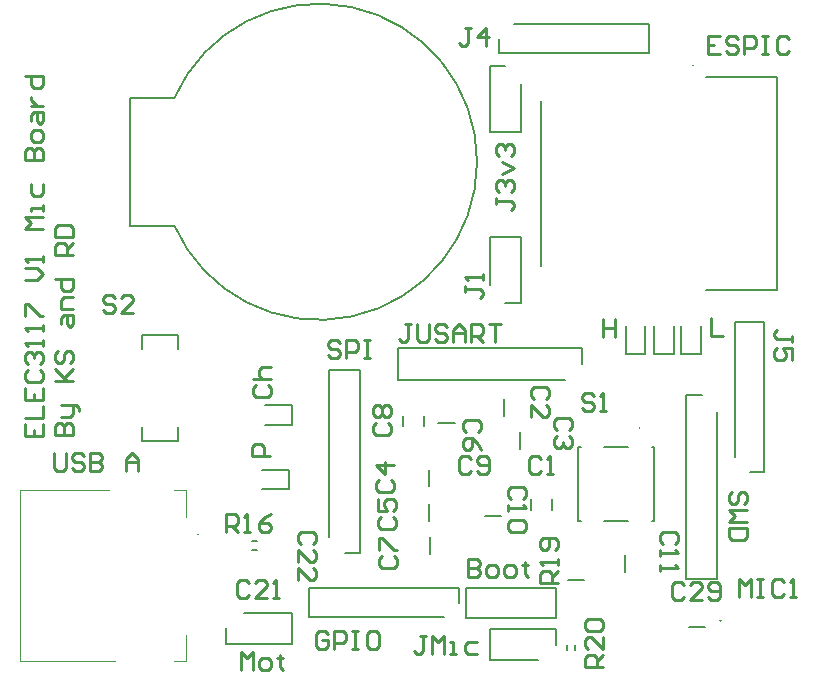
<source format=gto>
G04*
G04 #@! TF.GenerationSoftware,Altium Limited,Altium Designer,22.6.1 (34)*
G04*
G04 Layer_Color=65535*
%FSLAX25Y25*%
%MOIN*%
G70*
G04*
G04 #@! TF.SameCoordinates,DDC90878-0471-41C9-9F99-EECD3968BD0F*
G04*
G04*
G04 #@! TF.FilePolarity,Positive*
G04*
G01*
G75*
%ADD10C,0.00394*%
%ADD11C,0.00787*%
%ADD12C,0.00282*%
%ADD13C,0.01000*%
D10*
X161268Y310216D02*
G03*
X160874Y310216I-197J0D01*
G01*
D02*
G03*
X161268Y310216I197J0D01*
G01*
X325808Y466480D02*
G03*
X326202Y466480I197J0D01*
G01*
D02*
G03*
X325808Y466480I-197J0D01*
G01*
X308374Y345504D02*
G03*
X308374Y345898I0J197D01*
G01*
D02*
G03*
X308374Y345504I0J-197D01*
G01*
X153000Y267894D02*
X157291D01*
Y276752D01*
X153000Y324980D02*
X157291D01*
Y316122D02*
Y324980D01*
X101819Y267894D02*
X133315D01*
X101819D02*
Y324980D01*
X131346D01*
D11*
X153239Y413176D02*
G03*
X153239Y455708I48215J21266D01*
G01*
X335051Y281480D02*
G03*
X335445Y281480I197J0D01*
G01*
D02*
G03*
X335051Y281480I-197J0D01*
G01*
D02*
G03*
X335445Y281480I197J0D01*
G01*
X261500Y470756D02*
Y475500D01*
Y470756D02*
X311500D01*
Y480244D01*
X266500D02*
X311500D01*
X258303Y466484D02*
X263500D01*
X258303Y444516D02*
Y466484D01*
Y444516D02*
X268697D01*
Y460500D01*
X340256Y336000D02*
Y381000D01*
X349744D01*
Y331000D02*
Y381000D01*
X345000Y331000D02*
X349744D01*
X138606Y455702D02*
X153287D01*
X138606Y413182D02*
Y455702D01*
Y413182D02*
X153236D01*
X323705Y356591D02*
X329000D01*
X323705Y295409D02*
Y356591D01*
Y295409D02*
X334295D01*
Y351000D01*
X280500Y282500D02*
Y292500D01*
X250500Y282500D02*
X280500D01*
X250500D02*
Y292500D01*
X280500D01*
X280484Y273500D02*
Y278697D01*
X258516D02*
X280484D01*
X258516Y268303D02*
Y278697D01*
Y268303D02*
X274500D01*
X248023Y287500D02*
Y292244D01*
X198023D02*
X248023D01*
X198023Y282756D02*
Y292244D01*
Y282756D02*
X243023D01*
X210000Y303909D02*
X215295D01*
Y365090D01*
X204705D02*
X215295D01*
X204705Y309500D02*
Y365090D01*
X289090Y367000D02*
Y372295D01*
X227909D02*
X289090D01*
X227909Y361705D02*
Y372295D01*
Y361705D02*
X283500D01*
X263500Y387516D02*
X268697D01*
Y409484D01*
X258303D02*
X268697D01*
X258303Y393500D02*
Y409484D01*
X170516Y273803D02*
Y279000D01*
Y273803D02*
X192484D01*
Y284197D01*
X176500D02*
X192484D01*
X330533Y462543D02*
X354155D01*
Y391677D02*
Y462543D01*
X330533Y391677D02*
X354155D01*
X275414Y399551D02*
Y454669D01*
X142595Y341283D02*
X154405D01*
X142595Y376716D02*
X154405D01*
X142595Y372083D02*
Y376716D01*
Y341283D02*
Y345917D01*
X154405Y372083D02*
Y376716D01*
Y341283D02*
Y345917D01*
X324744Y279433D02*
X330256D01*
X286878Y271760D02*
Y273335D01*
X284122Y271760D02*
Y273335D01*
X319748Y370398D02*
Y379650D01*
X313252Y370398D02*
X319748D01*
X313252D02*
Y379650D01*
X328748Y370398D02*
Y379650D01*
X322252Y370398D02*
X328748D01*
X322252D02*
Y379650D01*
X183350Y353248D02*
X192602D01*
Y346752D02*
Y353248D01*
X183350Y346752D02*
X192602D01*
X310248Y370398D02*
Y379650D01*
X303752Y370398D02*
X310248D01*
X303752D02*
Y379650D01*
X263067Y349744D02*
Y355256D01*
X268500Y338744D02*
Y344256D01*
X287705Y314795D02*
X288689D01*
X287705D02*
Y339205D01*
X288689D01*
X312311Y314795D02*
X313295D01*
Y339205D01*
X312311D02*
X313295D01*
X296563Y314795D02*
X304437D01*
X296563Y339205D02*
X304437D01*
X182350Y331748D02*
X191602D01*
Y325252D02*
Y331748D01*
X182350Y325252D02*
X191602D01*
X229445Y346219D02*
Y349751D01*
X236556Y346219D02*
Y349751D01*
X238000Y326244D02*
Y331756D01*
X241244Y347500D02*
X246756D01*
X238500Y303744D02*
Y309256D01*
X238000Y314744D02*
Y320256D01*
X284536Y295155D02*
X289851D01*
X256744Y316500D02*
X262256D01*
X271992Y318505D02*
Y322036D01*
X279103Y318505D02*
Y322036D01*
X179213Y307878D02*
X180787D01*
X179213Y305122D02*
X180787D01*
X303500Y297744D02*
Y303256D01*
D12*
X164122Y344772D02*
G03*
X164122Y345055I0J142D01*
G01*
D02*
G03*
X164122Y344772I0J-142D01*
G01*
D13*
X113005Y337499D02*
Y332501D01*
X114004Y331501D01*
X116004D01*
X117003Y332501D01*
Y337499D01*
X123001Y336499D02*
X122002Y337499D01*
X120002D01*
X119003Y336499D01*
Y335500D01*
X120002Y334500D01*
X122002D01*
X123001Y333500D01*
Y332501D01*
X122002Y331501D01*
X120002D01*
X119003Y332501D01*
X125001Y337499D02*
Y331501D01*
X128000D01*
X128999Y332501D01*
Y333500D01*
X128000Y334500D01*
X125001D01*
X128000D01*
X128999Y335500D01*
Y336499D01*
X128000Y337499D01*
X125001D01*
X136997Y331501D02*
Y335500D01*
X138996Y337499D01*
X140996Y335500D01*
Y331501D01*
Y334500D01*
X136997D01*
X252000Y478999D02*
X250001D01*
X251001D01*
Y474001D01*
X250001Y473001D01*
X249001D01*
X248002Y474001D01*
X256999Y473001D02*
Y478999D01*
X254000Y476000D01*
X257998D01*
X260501Y422502D02*
Y420503D01*
Y421503D01*
X265499D01*
X266499Y420503D01*
Y419503D01*
X265499Y418504D01*
X261501Y424502D02*
X260501Y425501D01*
Y427501D01*
X261501Y428500D01*
X262500D01*
X263500Y427501D01*
Y426501D01*
Y427501D01*
X264500Y428500D01*
X265499D01*
X266499Y427501D01*
Y425501D01*
X265499Y424502D01*
X262500Y430500D02*
X266499Y432499D01*
X262500Y434498D01*
X261501Y436498D02*
X260501Y437497D01*
Y439497D01*
X261501Y440496D01*
X262500D01*
X263500Y439497D01*
Y438497D01*
Y439497D01*
X264500Y440496D01*
X265499D01*
X266499Y439497D01*
Y437497D01*
X265499Y436498D01*
X358999Y374500D02*
Y376499D01*
Y375499D01*
X354001D01*
X353001Y376499D01*
Y377499D01*
X354001Y378498D01*
X358999Y368502D02*
Y372500D01*
X356000D01*
X357000Y370501D01*
Y369501D01*
X356000Y368502D01*
X354001D01*
X353001Y369501D01*
Y371501D01*
X354001Y372500D01*
X342999Y320499D02*
X343999Y321498D01*
Y323498D01*
X342999Y324497D01*
X342000D01*
X341000Y323498D01*
Y321498D01*
X340000Y320499D01*
X339001D01*
X338001Y321498D01*
Y323498D01*
X339001Y324497D01*
X343999Y318499D02*
X338001D01*
X340000Y316500D01*
X338001Y314501D01*
X343999D01*
Y312501D02*
X338001D01*
Y309502D01*
X339001Y308503D01*
X342999D01*
X343999Y309502D01*
Y312501D01*
X251100Y301898D02*
Y295900D01*
X254099D01*
X255099Y296900D01*
Y297899D01*
X254099Y298899D01*
X251100D01*
X254099D01*
X255099Y299899D01*
Y300898D01*
X254099Y301898D01*
X251100D01*
X258098Y295900D02*
X260097D01*
X261097Y296900D01*
Y298899D01*
X260097Y299899D01*
X258098D01*
X257098Y298899D01*
Y296900D01*
X258098Y295900D01*
X264096D02*
X266095D01*
X267095Y296900D01*
Y298899D01*
X266095Y299899D01*
X264096D01*
X263096Y298899D01*
Y296900D01*
X264096Y295900D01*
X270094Y300898D02*
Y299899D01*
X269094D01*
X271094D01*
X270094D01*
Y296900D01*
X271094Y295900D01*
X237002Y276499D02*
X235003D01*
X236002D01*
Y271501D01*
X235003Y270501D01*
X234003D01*
X233003Y271501D01*
X239001Y270501D02*
Y276499D01*
X241001Y274500D01*
X243000Y276499D01*
Y270501D01*
X245000D02*
X246999D01*
X245999D01*
Y274500D01*
X245000D01*
X253997D02*
X250998D01*
X249998Y273500D01*
Y271501D01*
X250998Y270501D01*
X253997D01*
X204525Y276999D02*
X203525Y277999D01*
X201526D01*
X200526Y276999D01*
Y273001D01*
X201526Y272001D01*
X203525D01*
X204525Y273001D01*
Y275000D01*
X202525D01*
X206524Y272001D02*
Y277999D01*
X209523D01*
X210523Y276999D01*
Y275000D01*
X209523Y274000D01*
X206524D01*
X212522Y277999D02*
X214522D01*
X213522D01*
Y272001D01*
X212522D01*
X214522D01*
X220520Y277999D02*
X218520D01*
X217520Y276999D01*
Y273001D01*
X218520Y272001D01*
X220520D01*
X221519Y273001D01*
Y276999D01*
X220520Y277999D01*
X208599Y374198D02*
X207599Y375198D01*
X205600D01*
X204600Y374198D01*
Y373199D01*
X205600Y372199D01*
X207599D01*
X208599Y371199D01*
Y370200D01*
X207599Y369200D01*
X205600D01*
X204600Y370200D01*
X210598Y369200D02*
Y375198D01*
X213597D01*
X214597Y374198D01*
Y372199D01*
X213597Y371199D01*
X210598D01*
X216596Y375198D02*
X218596D01*
X217596D01*
Y369200D01*
X216596D01*
X218596D01*
X232004Y380499D02*
X230005D01*
X231005D01*
Y375501D01*
X230005Y374501D01*
X229005D01*
X228006Y375501D01*
X234004Y380499D02*
Y375501D01*
X235003Y374501D01*
X237003D01*
X238002Y375501D01*
Y380499D01*
X244000Y379499D02*
X243001Y380499D01*
X241001D01*
X240002Y379499D01*
Y378500D01*
X241001Y377500D01*
X243001D01*
X244000Y376500D01*
Y375501D01*
X243001Y374501D01*
X241001D01*
X240002Y375501D01*
X246000Y374501D02*
Y378500D01*
X247999Y380499D01*
X249998Y378500D01*
Y374501D01*
Y377500D01*
X246000D01*
X251998Y374501D02*
Y380499D01*
X254997D01*
X255996Y379499D01*
Y377500D01*
X254997Y376500D01*
X251998D01*
X253997D02*
X255996Y374501D01*
X257996Y380499D02*
X261995D01*
X259995D01*
Y374501D01*
X250001Y393000D02*
Y391001D01*
Y392000D01*
X254999D01*
X255999Y391001D01*
Y390001D01*
X254999Y389001D01*
X255999Y394999D02*
Y396999D01*
Y395999D01*
X250001D01*
X251001Y394999D01*
X175502Y265001D02*
Y270999D01*
X177502Y269000D01*
X179501Y270999D01*
Y265001D01*
X182500D02*
X184499D01*
X185499Y266001D01*
Y268000D01*
X184499Y269000D01*
X182500D01*
X181500Y268000D01*
Y266001D01*
X182500Y265001D01*
X188498Y269999D02*
Y269000D01*
X187498D01*
X189498D01*
X188498D01*
Y266001D01*
X189498Y265001D01*
X335003Y476499D02*
X331004D01*
Y470501D01*
X335003D01*
X331004Y473500D02*
X333004D01*
X341001Y475499D02*
X340002Y476499D01*
X338002D01*
X337002Y475499D01*
Y474500D01*
X338002Y473500D01*
X340002D01*
X341001Y472500D01*
Y471501D01*
X340002Y470501D01*
X338002D01*
X337002Y471501D01*
X343001Y470501D02*
Y476499D01*
X346000D01*
X346999Y475499D01*
Y473500D01*
X346000Y472500D01*
X343001D01*
X348998Y476499D02*
X350998D01*
X349998D01*
Y470501D01*
X348998D01*
X350998D01*
X357996Y475499D02*
X356996Y476499D01*
X354997D01*
X353997Y475499D01*
Y471501D01*
X354997Y470501D01*
X356996D01*
X357996Y471501D01*
X133599Y388898D02*
X132599Y389898D01*
X130600D01*
X129600Y388898D01*
Y387899D01*
X130600Y386899D01*
X132599D01*
X133599Y385899D01*
Y384900D01*
X132599Y383900D01*
X130600D01*
X129600Y384900D01*
X139597Y383900D02*
X135598D01*
X139597Y387899D01*
Y388898D01*
X138597Y389898D01*
X136598D01*
X135598Y388898D01*
X178001Y293999D02*
X177001Y294999D01*
X175002D01*
X174002Y293999D01*
Y290001D01*
X175002Y289001D01*
X177001D01*
X178001Y290001D01*
X183999Y289001D02*
X180000D01*
X183999Y293000D01*
Y293999D01*
X182999Y294999D01*
X181000D01*
X180000Y293999D01*
X185998Y289001D02*
X187998D01*
X186998D01*
Y294999D01*
X185998Y293999D01*
X323001Y293499D02*
X322002Y294499D01*
X320002D01*
X319003Y293499D01*
Y289501D01*
X320002Y288501D01*
X322002D01*
X323001Y289501D01*
X328999Y288501D02*
X325001D01*
X328999Y292500D01*
Y293499D01*
X328000Y294499D01*
X326000D01*
X325001Y293499D01*
X330999Y289501D02*
X331998Y288501D01*
X333998D01*
X334997Y289501D01*
Y293499D01*
X333998Y294499D01*
X331998D01*
X330999Y293499D01*
Y292500D01*
X331998Y291500D01*
X334997D01*
X341503Y289501D02*
Y295499D01*
X343502Y293500D01*
X345502Y295499D01*
Y289501D01*
X347501Y295499D02*
X349500D01*
X348501D01*
Y289501D01*
X347501D01*
X349500D01*
X356498Y294499D02*
X355499Y295499D01*
X353499D01*
X352500Y294499D01*
Y290501D01*
X353499Y289501D01*
X355499D01*
X356498Y290501D01*
X358498Y289501D02*
X360497D01*
X359497D01*
Y295499D01*
X358498Y294499D01*
X295999Y266050D02*
X290001D01*
Y269049D01*
X291001Y270048D01*
X293000D01*
X294000Y269049D01*
Y266050D01*
Y268049D02*
X295999Y270048D01*
Y276047D02*
Y272048D01*
X292000Y276047D01*
X291001D01*
X290001Y275047D01*
Y273048D01*
X291001Y272048D01*
Y278046D02*
X290001Y279046D01*
Y281045D01*
X291001Y282045D01*
X294999D01*
X295999Y281045D01*
Y279046D01*
X294999Y278046D01*
X291001D01*
X332001Y382499D02*
Y376501D01*
X335999D01*
X180501Y360000D02*
X179501Y359001D01*
Y357001D01*
X180501Y356002D01*
X184499D01*
X185499Y357001D01*
Y359001D01*
X184499Y360000D01*
X179501Y362000D02*
X185499D01*
X182500D01*
X181500Y362999D01*
Y364999D01*
X182500Y365998D01*
X185499D01*
X296001Y381999D02*
Y376001D01*
Y379000D01*
X299999D01*
Y381999D01*
Y376001D01*
X276999Y355500D02*
X277999Y356499D01*
Y358499D01*
X276999Y359498D01*
X273001D01*
X272001Y358499D01*
Y356499D01*
X273001Y355500D01*
X272001Y349502D02*
Y353500D01*
X276000Y349502D01*
X276999D01*
X277999Y350501D01*
Y352501D01*
X276999Y353500D01*
X284932Y345000D02*
X285932Y345999D01*
Y347999D01*
X284932Y348998D01*
X280934D01*
X279934Y347999D01*
Y345999D01*
X280934Y345000D01*
X284932Y343000D02*
X285932Y342001D01*
Y340001D01*
X284932Y339002D01*
X283933D01*
X282933Y340001D01*
Y341001D01*
Y340001D01*
X281933Y339002D01*
X280934D01*
X279934Y340001D01*
Y342001D01*
X280934Y343000D01*
X293000Y356499D02*
X292000Y357499D01*
X290001D01*
X289001Y356499D01*
Y355500D01*
X290001Y354500D01*
X292000D01*
X293000Y353500D01*
Y352501D01*
X292000Y351501D01*
X290001D01*
X289001Y352501D01*
X294999Y351501D02*
X296999D01*
X295999D01*
Y357499D01*
X294999Y356499D01*
X184999Y336501D02*
X179001D01*
Y339500D01*
X180001Y340499D01*
X182000D01*
X183000Y339500D01*
Y336501D01*
X220501Y347500D02*
X219501Y346501D01*
Y344501D01*
X220501Y343502D01*
X224499D01*
X225499Y344501D01*
Y346501D01*
X224499Y347500D01*
X220501Y349500D02*
X219501Y350499D01*
Y352499D01*
X220501Y353498D01*
X221500D01*
X222500Y352499D01*
X223500Y353498D01*
X224499D01*
X225499Y352499D01*
Y350499D01*
X224499Y349500D01*
X223500D01*
X222500Y350499D01*
X221500Y349500D01*
X220501D01*
X222500Y350499D02*
Y352499D01*
X221501Y328500D02*
X220501Y327501D01*
Y325501D01*
X221501Y324502D01*
X225499D01*
X226499Y325501D01*
Y327501D01*
X225499Y328500D01*
X226499Y333499D02*
X220501D01*
X223500Y330500D01*
Y334498D01*
X254499Y344500D02*
X255499Y345499D01*
Y347499D01*
X254499Y348498D01*
X250501D01*
X249501Y347499D01*
Y345499D01*
X250501Y344500D01*
X255499Y338502D02*
X254499Y340501D01*
X252500Y342500D01*
X250501D01*
X249501Y341501D01*
Y339501D01*
X250501Y338502D01*
X251500D01*
X252500Y339501D01*
Y342500D01*
X252000Y335499D02*
X251001Y336499D01*
X249001D01*
X248002Y335499D01*
Y331501D01*
X249001Y330501D01*
X251001D01*
X252000Y331501D01*
X254000D02*
X254999Y330501D01*
X256999D01*
X257998Y331501D01*
Y335499D01*
X256999Y336499D01*
X254999D01*
X254000Y335499D01*
Y334500D01*
X254999Y333500D01*
X257998D01*
X222501Y303000D02*
X221501Y302001D01*
Y300001D01*
X222501Y299002D01*
X226499D01*
X227499Y300001D01*
Y302001D01*
X226499Y303000D01*
X221501Y305000D02*
Y308998D01*
X222501D01*
X226499Y305000D01*
X227499D01*
X199499Y306999D02*
X200499Y307998D01*
Y309998D01*
X199499Y310997D01*
X195501D01*
X194501Y309998D01*
Y307998D01*
X195501Y306999D01*
X194501Y301001D02*
Y304999D01*
X198500Y301001D01*
X199499D01*
X200499Y302000D01*
Y304000D01*
X199499Y304999D01*
X194501Y295003D02*
Y299001D01*
X198500Y295003D01*
X199499D01*
X200499Y296002D01*
Y298002D01*
X199499Y299001D01*
X222001Y316000D02*
X221001Y315001D01*
Y313001D01*
X222001Y312002D01*
X225999D01*
X226999Y313001D01*
Y315001D01*
X225999Y316000D01*
X221001Y321998D02*
Y318000D01*
X224000D01*
X223000Y319999D01*
Y320999D01*
X224000Y321998D01*
X225999D01*
X226999Y320999D01*
Y318999D01*
X225999Y318000D01*
X280999Y294002D02*
X275001D01*
Y297002D01*
X276001Y298001D01*
X278000D01*
X279000Y297002D01*
Y294002D01*
Y296002D02*
X280999Y298001D01*
Y300001D02*
Y302000D01*
Y301000D01*
X275001D01*
X276001Y300001D01*
X279999Y304999D02*
X280999Y305998D01*
Y307998D01*
X279999Y308998D01*
X276001D01*
X275001Y307998D01*
Y305998D01*
X276001Y304999D01*
X277000D01*
X278000Y305998D01*
Y308998D01*
X269499Y321999D02*
X270499Y322998D01*
Y324998D01*
X269499Y325998D01*
X265501D01*
X264501Y324998D01*
Y322998D01*
X265501Y321999D01*
X264501Y320000D02*
Y318000D01*
Y319000D01*
X270499D01*
X269499Y320000D01*
Y315001D02*
X270499Y314001D01*
Y312002D01*
X269499Y311002D01*
X265501D01*
X264501Y312002D01*
Y314001D01*
X265501Y315001D01*
X269499D01*
X275500Y335499D02*
X274500Y336499D01*
X272501D01*
X271501Y335499D01*
Y331501D01*
X272501Y330501D01*
X274500D01*
X275500Y331501D01*
X277499Y330501D02*
X279499D01*
X278499D01*
Y336499D01*
X277499Y335499D01*
X170502Y311001D02*
Y316999D01*
X173502D01*
X174501Y315999D01*
Y314000D01*
X173502Y313000D01*
X170502D01*
X172502D02*
X174501Y311001D01*
X176500D02*
X178500D01*
X177500D01*
Y316999D01*
X176500Y315999D01*
X185498Y316999D02*
X183498Y315999D01*
X181499Y314000D01*
Y312001D01*
X182499Y311001D01*
X184498D01*
X185498Y312001D01*
Y313000D01*
X184498Y314000D01*
X181499D01*
X319999Y306999D02*
X320999Y307999D01*
Y309998D01*
X319999Y310998D01*
X316001D01*
X315001Y309998D01*
Y307999D01*
X316001Y306999D01*
X315001Y305000D02*
Y303000D01*
Y304000D01*
X320999D01*
X319999Y305000D01*
X315001Y300002D02*
Y298002D01*
Y299002D01*
X320999D01*
X319999Y300002D01*
X113503Y343500D02*
X119501D01*
Y346499D01*
X118501Y347499D01*
X117501D01*
X116502Y346499D01*
Y343500D01*
Y346499D01*
X115502Y347499D01*
X114502D01*
X113503Y346499D01*
Y343500D01*
X115502Y349498D02*
X118501D01*
X119501Y350498D01*
Y353497D01*
X120500D01*
X121500Y352497D01*
Y351497D01*
X119501Y353497D02*
X115502D01*
X113503Y361494D02*
X119501D01*
X117501D01*
X113503Y365493D01*
X116502Y362494D01*
X119501Y365493D01*
X114502Y371491D02*
X113503Y370491D01*
Y368492D01*
X114502Y367492D01*
X115502D01*
X116502Y368492D01*
Y370491D01*
X117501Y371491D01*
X118501D01*
X119501Y370491D01*
Y368492D01*
X118501Y367492D01*
X115502Y380488D02*
Y382487D01*
X116502Y383487D01*
X119501D01*
Y380488D01*
X118501Y379488D01*
X117501Y380488D01*
Y383487D01*
X119501Y385486D02*
X115502D01*
Y388485D01*
X116502Y389485D01*
X119501D01*
X113503Y395483D02*
X119501D01*
Y392484D01*
X118501Y391484D01*
X116502D01*
X115502Y392484D01*
Y395483D01*
X119501Y403481D02*
X113503D01*
Y406480D01*
X114502Y407479D01*
X116502D01*
X117501Y406480D01*
Y403481D01*
Y405480D02*
X119501Y407479D01*
X113503Y409479D02*
X119501D01*
Y412478D01*
X118501Y413477D01*
X114502D01*
X113503Y412478D01*
Y409479D01*
X103500Y346999D02*
Y343000D01*
X109498D01*
Y346999D01*
X106499Y343000D02*
Y344999D01*
X103500Y348998D02*
X109498D01*
Y352997D01*
X103500Y358995D02*
Y354996D01*
X109498D01*
Y358995D01*
X106499Y354996D02*
Y356996D01*
X104500Y364993D02*
X103500Y363993D01*
Y361994D01*
X104500Y360994D01*
X108498D01*
X109498Y361994D01*
Y363993D01*
X108498Y364993D01*
X104500Y366992D02*
X103500Y367992D01*
Y369991D01*
X104500Y370991D01*
X105499D01*
X106499Y369991D01*
Y368992D01*
Y369991D01*
X107499Y370991D01*
X108498D01*
X109498Y369991D01*
Y367992D01*
X108498Y366992D01*
X109498Y372990D02*
Y374990D01*
Y373990D01*
X103500D01*
X104500Y372990D01*
X109498Y377989D02*
Y379988D01*
Y378988D01*
X103500D01*
X104500Y377989D01*
X103500Y382987D02*
Y386986D01*
X104500D01*
X108498Y382987D01*
X109498D01*
X103500Y394983D02*
X107499D01*
X109498Y396983D01*
X107499Y398982D01*
X103500D01*
X109498Y400981D02*
Y402981D01*
Y401981D01*
X103500D01*
X104500Y400981D01*
X109498Y411978D02*
X103500D01*
X105499Y413977D01*
X103500Y415976D01*
X109498D01*
Y417976D02*
Y419975D01*
Y418975D01*
X105499D01*
Y417976D01*
Y426973D02*
Y423974D01*
X106499Y422974D01*
X108498D01*
X109498Y423974D01*
Y426973D01*
X103500Y434970D02*
X109498D01*
Y437969D01*
X108498Y438969D01*
X107499D01*
X106499Y437969D01*
Y434970D01*
Y437969D01*
X105499Y438969D01*
X104500D01*
X103500Y437969D01*
Y434970D01*
X109498Y441968D02*
Y443967D01*
X108498Y444967D01*
X106499D01*
X105499Y443967D01*
Y441968D01*
X106499Y440968D01*
X108498D01*
X109498Y441968D01*
X105499Y447966D02*
Y449965D01*
X106499Y450965D01*
X109498D01*
Y447966D01*
X108498Y446966D01*
X107499Y447966D01*
Y450965D01*
X105499Y452964D02*
X109498D01*
X107499D01*
X106499Y453964D01*
X105499Y454964D01*
Y455964D01*
X103500Y462961D02*
X109498D01*
Y459962D01*
X108498Y458962D01*
X106499D01*
X105499Y459962D01*
Y462961D01*
M02*

</source>
